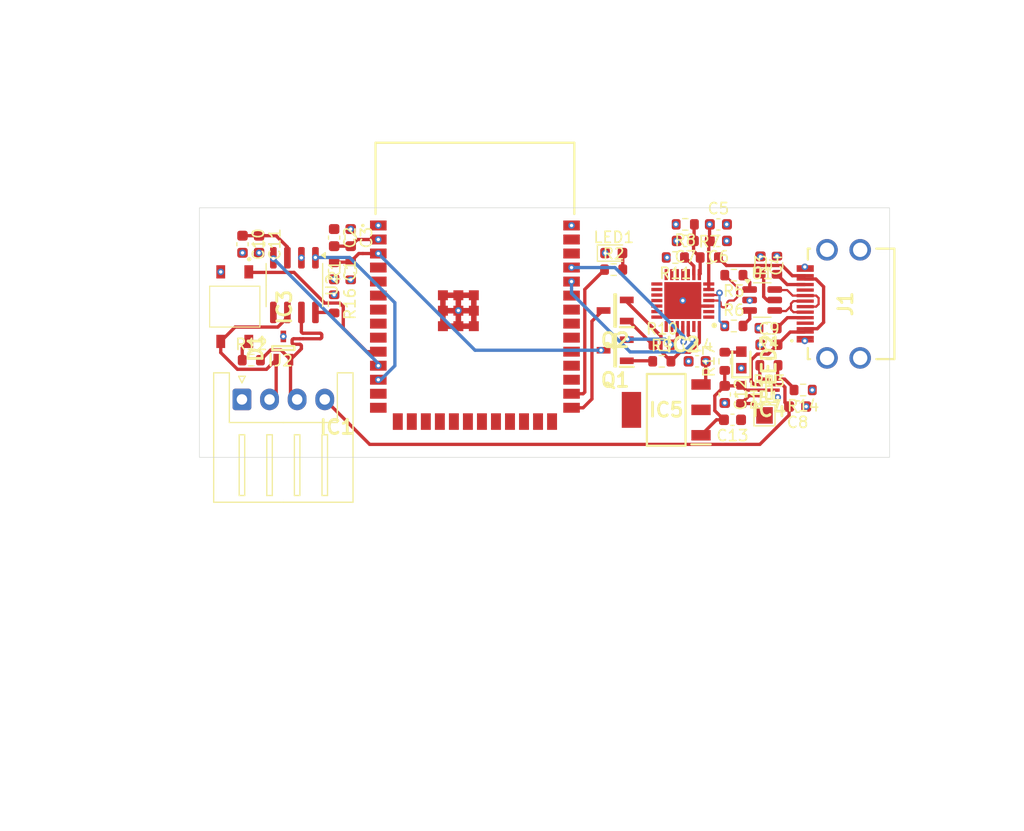
<source format=kicad_pcb>
(kicad_pcb (version 20241229) (generator "pcbnew") (generator_version "9.0")
  (layers (0 "F.Cu" signal) (4 "In1.Cu" signal) (6 "In2.Cu" signal) (2 "B.Cu" signal) (13 "F.Paste" user) (15 "B.Paste" user) (5 "F.SilkS" user "F.Silkscreen") (7 "B.SilkS" user "B.Silkscreen") (1 "F.Mask" user) (3 "B.Mask" user) (25 "Edge.Cuts" user))
  (net 0 "")
  (net 1 "/ST")
  (net 2 "Net-(IC3-Pad6)")
  (net 3 "/CAN-")
  (net 4 "/CAN_TERM")
  (net 5 "GND")
  (net 6 "/USR_LED_RSTR")
  (net 7 "VCC")
  (net 8 "Net-(IC4-PR1)")
  (net 9 "VBUS")
  (net 10 "+5V")
  (net 11 "Net-(IC2-DTR)")
  (net 12 "Net-(Q2-B)")
  (net 13 "/GPIO0")
  (net 15 "Net-(Q1-B)")
  (net 16 "Net-(IC2-RTS)")
  (net 17 "/CAN+")
  (net 18 "+3.3V")
  (net 23 "/PROG_D-")
  (net 31 "/PROG_D+")
  (net 32 "/U0TXD")
  (net 33 "/RSTB")
  (net 37 "Net-(IC2-VBUS)")
  (net 41 "/U0RXD")
  (net 42 "/PWR_LED")
  (net 49 "/CHIP_PU")
  (net 58 "/CAN_RTX")
  (net 59 "/USER_LED")
  (net 63 "/CAN_CTX")
  (net 76 "Net-(U2-Rs)")
  (net 78 "Net-(J1-CC1)")
  (net 79 "/USBM_D+")
  (net 80 "/USBM_D-")
  (net 82 "Net-(J1-CC2)")
  (net 83 "Net-(R5-Pad1)")
  (net 84 "Net-(R6-Pad2)")
  (net 85 "/CAN1+")
  (net 86 "/CAN1-")
  (footprint "Resistor_SMD:R_0603_1608Metric" (layer "F.Cu") (at 120.5745 94.163 180)
    (property "Reference" "R13")
    (property "Value" "10k")
  )
  (footprint "Resistor_SMD:R_0603_1608Metric" (layer "F.Cu") (at 110.9 92.3)
    (property "Reference" "R10")
    (property "Value" "10k")
  )
  (footprint "SDM_MiscFootprint:USB4730GFA" (layer "F.Cu") (at 127.9 88.6 90)
    (property "Reference" "J1")
    (property "Value" "USB4730-GF-A" (hide yes))
  )
  (footprint "Capacitor_SMD:C_0603_1608Metric" (layer "F.Cu") (at 116.5745 96.8 -90)
    (property "Reference" "C12")
    (property "Value" "100uF")
  )
  (footprint "Capacitor_SMD:C_0603_1608Metric" (layer "F.Cu") (at 81.2 85.6 -90)
    (property "Reference" "C1")
    (property "Value" "1uF")
  )
  (footprint "Capacitor_SMD:C_0603_1608Metric" (layer "F.Cu") (at 120.5745 92.3)
    (property "Reference" "C9")
    (property "Value" "1uF")
  )
  (footprint "Resistor_SMD:R_0603_1608Metric" (layer "F.Cu") (at 116.5745 93.8 90)
    (property "Reference" "R17")
    (property "Value" "68")
  )
  (footprint "Capacitor_SMD:C_0603_1608Metric" (layer "F.Cu") (at 74.4 83.2 -90)
    (property "Reference" "C11")
    (property "Value" "100nF")
  )
  (footprint "Capacitor_SMD:C_0603_1608Metric" (layer "F.Cu") (at 114.0745 93.8)
    (property "Reference" "C14")
    (property "Value" "10uF")
  )
  (footprint "LED_SMD:LED_0603_1608Metric" (layer "F.Cu") (at 106.5245 84)
    (property "Reference" "LED1")
    (property "Value" "GREEN")
  )
  (footprint "Resistor_SMD:R_0603_1608Metric" (layer "F.Cu") (at 113 81.4 180)
    (property "Reference" "R8")
    (property "Value" "47.5K")
  )
  (footprint "SDM_MiscFootprint:SOT96P237X111-3N" (layer "F.Cu") (at 106.65 92.8 180)
    (property "Reference" "Q1")
    (property "Value" "MMBT2222LT1G" (hide yes))
  )
  (footprint "Capacitor_SMD:C_0603_1608Metric" (layer "F.Cu") (at 82.7 82.6 -90)
    (property "Reference" "C3")
    (property "Value" "100nF")
  )
  (footprint "Resistor_SMD:R_0603_1608Metric" (layer "F.Cu") (at 121.3 85.1 90)
    (property "Reference" "R3")
    (property "Value" "5.1k")
  )
  (footprint "Capacitor_SMD:C_0603_1608Metric" (layer "F.Cu") (at 123.1745 97.9 180)
    (property "Reference" "C8")
    (property "Value" "1uF")
  )
  (footprint "Resistor_SMD:R_0603_1608Metric" (layer "F.Cu") (at 120.5 90.8 180)
    (property "Reference" "R4")
    (property "Value" "5.1k")
  )
  (footprint "Resistor_SMD:R_0603_1608Metric" (layer "F.Cu") (at 106.512 85.5)
    (property "Reference" "R2")
    (property "Value" "220")
  )
  (footprint "Resistor_SMD:R_0603_1608Metric" (layer "F.Cu") (at 82.7 85.6 90)
    (property "Reference" "R1")
    (property "Value" "10k")
  )
  (footprint "Resistor_SMD:R_0603_1608Metric" (layer "F.Cu") (at 81.2 88.6 -90)
    (property "Reference" "R16")
    (property "Value" "0")
  )
  (footprint "SDM_MiscFootprint:ESP32S3WROOM1N8R8" (layer "F.Cu") (at 93.95 86.76)
    (property "Reference" "IC1")
    (property "Value" "ESP32-S3-WROOM-1-N8R8" (hide yes))
  )
  (footprint "Capacitor_SMD:C_0603_1608Metric" (layer "F.Cu") (at 117.2745 99.1 180)
    (property "Reference" "C13")
    (property "Value" "10uF")
  )
  (footprint "Capacitor_SMD:C_0603_1608Metric" (layer "F.Cu") (at 116 81.4)
    (property "Reference" "C5")
    (property "Value" "4.7uF")
  )
  (footprint "SDM_MiscFootprint:QFN50P500X500X80-29N-D" (layer "F.Cu") (at 112.7745 88.3 180)
    (property "Reference" "IC2")
    (property "Value" "CP2102N-A02-GQFN28" (hide yes))
  )
  (footprint "Resistor_SMD:R_0603_1608Metric" (layer "F.Cu") (at 73.7 93.7)
    (property "Reference" "R12")
    (property "Value" "120")
  )
  (footprint "Capacitor_SMD:C_0603_1608Metric" (layer "F.Cu") (at 81.2 82.6 -90)
    (property "Reference" "C2")
    (property "Value" "10uF")
  )
  (footprint "Resistor_SMD:R_0603_1608Metric" (layer "F.Cu") (at 117.4 86 180)
    (property "Reference" "R5")
    (property "Value" "27")
  )
  (footprint "Package_TO_SOT_SMD:SOT-23-6" (layer "F.Cu") (at 119.9625 88.25)
    (property "Reference" "U1")
    (property "Value" "USBLC6-2SC6")
  )
  (footprint "Connector_JST:JST_XH_S4B-XH-A_1x04_P2.50mm_Horizontal" (layer "F.Cu") (at 72.85 97.255)
    (property "Reference" "J2")
    (property "Value" "Conn_01x04_Socket")
  )
  (footprint "Resistor_SMD:R_0603_1608Metric" (layer "F.Cu") (at 112.1 84.4 180)
    (property "Reference" "R11")
    (property "Value" "1k")
  )
  (footprint "SDM_MiscFootprint:TLP266J" (layer "F.Cu") (at 72.2 88.9 -90)
    (property "Reference" "IC3")
    (property "Value" "TLP175A_TPL,E" (hide yes))
  )
  (footprint "TestPoint:TestPoint_Pad_1.5x1.5mm" (layer "F.Cu") (at 120.1745 98.7)
    (property "Reference" "TP1")
    (property "Value" "ST_5V")
  )
  (footprint "Package_SO:SOIC-8_3.9x4.9mm_P1.27mm" (layer "F.Cu") (at 77.6 86.9 -90)
    (property "Reference" "U2")
    (property "Value" "SN65HVD230")
  )
  (footprint "Resistor_SMD:R_0603_1608Metric" (layer "F.Cu") (at 123.6745 96.4 180)
    (property "Reference" "R14")
    (property "Value" "10k")
  )
  (footprint "Capacitor_SMD:C_0603_1608Metric" (layer "F.Cu") (at 116 82.9 180)
    (property "Reference" "C6")
    (property "Value" "100nF")
  )
  (footprint "Capacitor_SMD:C_0603_1608Metric" (layer "F.Cu") (at 119.8 85.075 -90)
    (property "Reference" "C4")
    (property "Value" "1uF")
  )
  (footprint "SDM_MiscFootprint:LEDC1608X80N" (layer "F.Cu") (at 118.0745 93.675 90)
    (property "Reference" "LED2")
    (property "Value" "150060RS75000" (hide yes))
  )
  (footprint "Resistor_SMD:R_0603_1608Metric" (layer "F.Cu") (at 117.3995 90.6)
    (property "Reference" "R6")
    (property "Value" "27")
  )
  (footprint "Capacitor_SMD:C_0603_1608Metric" (layer "F.Cu") (at 113 82.9 180)
    (property "Reference" "C7")
    (property "Value" "1uF")
  )
  (footprint "Capacitor_SMD:C_0603_1608Metric" (layer "F.Cu") (at 72.9 83.2 -90)
    (property "Reference" "C10")
    (property "Value" "100nF")
  )
  (footprint "Resistor_SMD:R_0603_1608Metric" (layer "F.Cu") (at 110.8745 93.8)
    (property "Reference" "R9")
    (property "Value" "10k")
  )
  (footprint "SDM_MiscFootprint:SOTFL50P160X60-8L" (layer "F.Cu") (at 120.5745 96.163 180)
    (property "Reference" "IC4")
    (property "Value" "TPS2116DRLR" (hide yes))
  )
  (footprint "Resistor_SMD:R_0603_1608Metric" (layer "F.Cu") (at 115.175 84.4)
    (property "Reference" "R7")
    (property "Value" "22.1K")
  )
  (footprint "SDM_MiscFootprint:SOT230P700X180-4N" (layer "F.Cu") (at 111.2745 98.2 180)
    (property "Reference" "IC5")
    (property "Value" "MIC37100-3.3WS" (hide yes))
  )
  (footprint "SDM_MiscFootprint:SOT96P237X111-3N" (layer "F.Cu") (at 106.65 89.2 180)
    (property "Reference" "Q2")
    (property "Value" "MMBT2222LT1G" (hide yes))
  )
  (footprint "Resistor_SMD:R_0603_1608Metric" (layer "F.Cu") (at 118.0745 96.8 -90)
    (property "Reference" "R15")
    (property "Value" "10k")
  )
  (footprint "SDM_MiscFootprint:SOT65P210X110-3N" (layer "F.Cu") (at 76.6 92.6 90)
    (property "Reference" "D1")
    (property "Value" "ESDCAN03-2BWY" (hide yes))
  )
  (gr_rect (start 69 79.9) (end 131.5 102.5) (stroke (width 0.05)) (fill no) (layer "Edge.Cuts"))
  (segment (start 119.0995 97.625) (end 120.1745 98.7) (width 0.3) (layer "F.Cu") (net 1))
  (segment (start 119.7865 96.913) (end 118.7865 96.913) (width 0.3) (layer "F.Cu") (net 1))
  (segment (start 118.7865 96.913) (end 118.0745 97.625) (width 0.3) (layer "F.Cu") (net 1))
  (segment (start 118.0745 97.625) (end 119.0995 97.625) (width 0.3) (layer "F.Cu") (net 1))
  (segment (start 72.875 92.595) (end 73.47 92) (width 0.3) (layer "F.Cu") (net 2))
  (segment (start 72.875 93.7) (end 72.875 92.595) (width 0.3) (layer "F.Cu") (net 2))
  (segment (start 75.074 94.526) (end 72.441226 94.526) (width 0.3) (layer "F.Cu") (net 3))
  (segment (start 72.441226 94.526) (end 70.93 93.014774) (width 0.3) (layer "F.Cu") (net 3))
  (segment (start 70.93 92) (end 72.229 90.701) (width 0.3) (layer "F.Cu") (net 3))
  (segment (start 76.099 90.701) (end 76.965 89.835) (width 0.3) (layer "F.Cu") (net 3))
  (segment (start 75.95 96.655) (end 75.35 97.255) (width 0.3) (layer "F.Cu") (net 3))
  (segment (start 76.965 89.835) (end 76.965 89.375) (width 0.3) (layer "F.Cu") (net 3))
  (segment (start 75.95 93.65) (end 75.95 96.655) (width 0.3) (layer "F.Cu") (net 3))
  (segment (start 75.95 93.65) (end 75.074 94.526) (width 0.3) (layer "F.Cu") (net 3))
  (segment (start 72.229 90.701) (end 76.099 90.701) (width 0.3) (layer "F.Cu") (net 3))
  (segment (start 70.93 93.014774) (end 70.93 92) (width 0.3) (layer "F.Cu") (net 3))
  (segment (start 82.026 90.806) (end 82.026 88.843226) (width 0.3) (layer "F.Cu") (net 4))
  (segment (start 80.343678 88.526) (end 77.568678 85.751) (width 0.3) (layer "F.Cu") (net 4))
  (segment (start 84.15 92.93) (end 82.026 90.806) (width 0.3) (layer "F.Cu") (net 4))
  (segment (start 73.521 85.751) (end 73.47 85.7) (width 0.3) (layer "F.Cu") (net 4))
  (segment (start 85.2 92.93) (end 84.15 92.93) (width 0.3) (layer "F.Cu") (net 4))
  (segment (start 82.026 88.843226) (end 81.708774 88.526) (width 0.3) (layer "F.Cu") (net 4))
  (segment (start 81.708774 88.526) (end 80.343678 88.526) (width 0.3) (layer "F.Cu") (net 4))
  (segment (start 77.568678 85.751) (end 73.521 85.751) (width 0.3) (layer "F.Cu") (net 4))
  (segment (start 121.3625 96.913) (end 121.3625 97.051) (width 0.3) (layer "F.Cu") (net 5))
  (segment (start 121.3625 97.051) (end 121.3745 97.063) (width 0.3) (layer "F.Cu") (net 5))
  (segment (start 91.05 90.62) (end 91.05 87.82) (width 0.5) (layer "F.Cu") (net 5))
  (segment (start 92.45 87.82) (end 92.45 89.2) (width 0.5) (layer "F.Cu") (net 5))
  (segment (start 91.05 87.82) (end 93.85 87.82) (width 0.5) (layer "F.Cu") (net 5))
  (segment (start 93.85 87.82) (end 93.85 90.62) (width 0.5) (layer "F.Cu") (net 5))
  (segment (start 93.85 90.62) (end 91.05 90.62) (width 0.5) (layer "F.Cu") (net 5))
  (segment (start 91.05 89.22) (end 93.85 89.22) (width 0.5) (layer "F.Cu") (net 5))
  (segment (start 113.2745 88.8) (end 112.7745 88.3) (width 0.3) (layer "F.Cu") (net 5))
  (segment (start 92.45 89.2) (end 92.45 90.62) (width 0.5) (layer "F.Cu") (net 5))
  (segment (start 115.1245 88.8) (end 113.2745 88.8) (width 0.3) (layer "F.Cu") (net 5))
  (via (at 76.6 91.55) (size 0.6) (drill 0.3) (layers "F.Cu" "B.Cu") (net 5))
  (via (at 85.2 81.5) (size 0.6) (drill 0.3) (layers "F.Cu" "B.Cu") (net 5))
  (via (at 70.93 85.7) (size 0.6) (drill 0.3) (layers "F.Cu" "B.Cu") (net 5))
  (via (at 119.7995 92.3) (size 0.6) (drill 0.3) (layers "F.Cu" "B.Cu") (net 5))
  (via (at 123.824 85.25) (size 0.6) (drill 0.3) (layers "F.Cu" "B.Cu") (net 5))
  (via (at 112.1995 82.9) (size 0.6) (drill 0.3) (layers "F.Cu" "B.Cu") (net 5))
  (via (at 105.737 84) (size 0.6) (drill 0.3) (layers "F.Cu" "B.Cu") (net 5))
  (via (at 116.7495 81.4) (size 0.6) (drill 0.3) (layers "F.Cu" "B.Cu") (net 5))
  (via (at 72.9 83.975) (size 0.6) (drill 0.3) (layers "F.Cu" "B.Cu") (net 5))
  (via (at 116.7495 82.9) (size 0.6) (drill 0.3) (layers "F.Cu" "B.Cu") (net 5))
  (via (at 123.9495 97.9) (size 0.6) (drill 0.3) (layers "F.Cu" "B.Cu") (net 5))
  (via (at 119.6495 90.8) (size 0.6) (drill 0.3) (layers "F.Cu" "B.Cu") (net 5))
  (via (at 81.2 87.775) (size 0.6) (drill 0.3) (layers "F.Cu" "B.Cu") (net 5))
  (via (at 82.7 81.825) (size 0.6) (drill 0.3) (layers "F.Cu" "B.Cu") (net 5))
  (via (at 119.8 84.325) (size 0.6) (drill 0.3) (layers "F.Cu" "B.Cu") (net 5))
  (via (at 112.7745 88.3) (size 0.6) (drill 0.3) (layers "F.Cu" "B.Cu") (net 5))
  (via (at 92.45 89.2) (size 0.6) (drill 0.3) (layers "F.Cu" "B.Cu") (net 5))
  (via (at 119.7995 92.3) (size 0.6) (drill 0.3) (layers "F.Cu" "B.Cu") (net 5))
  (via (at 118.0745 94.425) (size 0.6) (drill 0.3) (layers "F.Cu" "B.Cu") (net 5))
  (via (at 78.235 84.425) (size 0.6) (drill 0.3) (layers "F.Cu" "B.Cu") (net 5))
  (via (at 113.2995 93.8) (size 0.6) (drill 0.3) (layers "F.Cu" "B.Cu") (net 5))
  (via (at 112.1495 81.4) (size 0.6) (drill 0.3) (layers "F.Cu" "B.Cu") (net 5))
  (via (at 118.837 88.3) (size 0.6) (drill 0.3) (layers "F.Cu" "B.Cu") (net 5))
  (via (at 116.5745 97.575) (size 0.6) (drill 0.3) (layers "F.Cu" "B.Cu") (net 5))
  (via (at 74.4 83.975) (size 0.6) (drill 0.3) (layers "F.Cu" "B.Cu") (net 5))
  (via (at 102.7 81.5) (size 0.6) (drill 0.3) (layers "F.Cu" "B.Cu") (net 5))
  (via (at 121.3745 97.063) (size 0.6) (drill 0.3) (layers "F.Cu" "B.Cu") (net 5))
  (via (at 81.2 86.375) (size 0.6) (drill 0.3) (layers "F.Cu" "B.Cu") (net 5))
  (via (at 124.4995 96.4) (size 0.6) (drill 0.3) (layers "F.Cu" "B.Cu") (net 5))
  (via (at 123.824 91.95) (size 0.6) (drill 0.3) (layers "F.Cu" "B.Cu") (net 5))
  (via (at 121.3 84.275) (size 0.6) (drill 0.3) (layers "F.Cu" "B.Cu") (net 5))
  (segment (start 107.337 85.5) (end 107.337 84.025) (width 0.3) (layer "F.Cu") (net 6))
  (segment (start 107.337 84.025) (end 107.312 84) (width 0.3) (layer "F.Cu") (net 6))
  (segment (start 84.421 101.326) (end 119.7505 101.326) (width 0.3) (layer "F.Cu") (net 7))
  (segment (start 80.35 97.255) (end 84.421 101.326) (width 0.3) (layer "F.Cu") (net 7))
  (segment (start 119.7495 95.376) (end 119.7865 95.413) (width 0.3) (layer "F.Cu") (net 7))
  (segment (start 122.0255 97.526) (end 122.3995 97.9) (width 0.3) (layer "F.Cu") (net 7))
  (segment (start 121.7875 95.913) (end 122.0255 96.151) (width 0.3) (layer "F.Cu") (net 7))
  (segment (start 121.0245 95.913) (end 120.5235 95.412) (width 0.3) (layer "F.Cu") (net 7))
  (segment (start 121.3625 95.913) (end 121.7875 95.913) (width 0.3) (layer "F.Cu") (net 7))
  (segment (start 122.3995 98.677) (end 122.3995 97.9) (width 0.3) (layer "F.Cu") (net 7))
  (segment (start 122.0255 96.151) (end 122.0255 97.526) (width 0.3) (layer "F.Cu") (net 7))
  (segment (start 119.7495 94.163) (end 119.7495 95.376) (width 0.3) (layer "F.Cu") (net 7))
  (segment (start 120.5235 95.412) (end 119.7865 95.412) (width 0.3) (layer "F.Cu") (net 7))
  (segment (start 119.7505 101.326) (end 122.3995 98.677) (width 0.3) (layer "F.Cu") (net 7))
  (segment (start 121.3625 95.913) (end 121.0245 95.913) (width 0.3) (layer "F.Cu") (net 7))
  (segment (start 121.3625 94.2) (end 121.3995 94.163) (width 0.3) (layer "F.Cu") (net 8))
  (segment (start 121.996021 95.413) (end 121.3625 95.413) (width 0.3) (layer "F.Cu") (net 8))
  (segment (start 121.3625 95.413) (end 121.3625 94.2) (width 0.3) (layer "F.Cu") (net 8))
  (segment (start 122.8495 96.266479) (end 121.996021 95.413) (width 0.3) (layer "F.Cu") (net 8))
  (segment (start 122.8495 96.4) (end 122.8495 96.266479) (width 0.3) (layer "F.Cu") (net 8))
  (segment (start 120.449501 88.3) (end 121.112 88.3) (width 0.3) (layer "F.Cu") (net 9))
  (segment (start 116.7255 85.126) (end 121.773 85.126) (width 0.3) (layer "F.Cu") (net 9))
  (segment (start 120.0985 87.948999) (end 120.449501 88.3) (width 0.3) (layer "F.Cu") (net 9))
  (segment (start 124.951 90.85) (end 123.824 90.85) (width 0.3) (layer "F.Cu") (net 9))
  (segment (start 119.503726 93.149) (end 118.9745 93.678226) (width 0.3) (layer "F.Cu") (net 9))
  (segment (start 115.9995 84.4) (end 116.7255 85.126) (width 0.3) (layer "F.Cu") (net 9))
  (segment (start 124.8245 86.35) (end 125.5255 87.051) (width 0.3) (layer "F.Cu") (net 9))
  (segment (start 120.0985 86.1735) (end 120.0985 87.948999) (width 0.3) (layer "F.Cu") (net 9))
  (segment (start 119.248 95.913) (end 119.7865 95.913) (width 0.3) (layer "F.Cu") (net 9))
  (segment (start 121.3495 92.3) (end 120.5005 93.149) (width 0.3) (layer "F.Cu") (net 9))
  (segment (start 120.5005 93.149) (end 119.503726 93.149) (width 0.3) (layer "F.Cu") (net 9))
  (segment (start 118.9745 93.678226) (end 118.9745 95.6395) (width 0.3) (layer "F.Cu") (net 9))
  (segment (start 121.773 85.126) (end 122.697 86.05) (width 0.3) (layer "F.Cu") (net 9))
  (segment (start 122.697 86.05) (end 123.824 86.05) (width 0.3) (layer "F.Cu") (net 9))
  (segment (start 123.824 91.15) (end 122.4995 91.15) (width 0.3) (layer "F.Cu") (net 9))
  (segment (start 125.5255 90.2755) (end 124.951 90.85) (width 0.3) (layer "F.Cu") (net 9))
  (segment (start 122.4995 91.15) (end 121.3495 92.3) (width 0.3) (layer "F.Cu") (net 9))
  (segment (start 119.8 85.875) (end 120.0985 86.1735) (width 0.3) (layer "F.Cu") (net 9))
  (segment (start 125.5255 87.051) (end 125.5255 90.2755) (width 0.3) (layer "F.Cu") (net 9))
  (segment (start 123.824 86.35) (end 124.8245 86.35) (width 0.3) (layer "F.Cu") (net 9))
  (segment (start 118.9745 95.6395) (end 119.248 95.913) (width 0.3) (layer "F.Cu") (net 9))
  (segment (start 118.5125 96.413) (end 118.0745 95.975) (width 0.3) (layer "F.Cu") (net 10))
  (segment (start 116.5745 96.025) (end 118.0245 96.025) (width 0.3) (layer "F.Cu") (net 10))
  (segment (start 116.4995 99.1) (end 115.8245 99.1) (width 0.3) (layer "F.Cu") (net 10))
  (segment (start 119.7865 96.413) (end 121.3625 96.413) (width 0.3) (layer "F.Cu") (net 10))
  (segment (start 115.8245 99.1) (end 114.4245 100.5) (width 0.3) (layer "F.Cu") (net 10))
  (segment (start 118.0245 96.025) (end 118.0745 95.975) (width 0.3) (layer "F.Cu") (net 10))
  (segment (start 119.7865 96.413) (end 118.5125 96.413) (width 0.3) (layer "F.Cu") (net 10))
  (segment (start 115.6745 98.275) (end 116.4995 99.1) (width 0.3) (layer "F.Cu") (net 10))
  (segment (start 116.5745 96.025) (end 115.6745 96.925) (width 0.3) (layer "F.Cu") (net 10))
  (segment (start 116.5745 94.625) (end 116.5745 96.025) (width 0.3) (layer "F.Cu") (net 10))
  (segment (start 115.6745 96.925) (end 115.6745 98.275) (width 0.3) (layer "F.Cu") (net 10))
  (segment (start 110.8005 91.516) (end 110.8005 92.901) (width 0.3) (layer "F.Cu") (net 11))
  (segment (start 113.4005 92.974) (end 112.5255 92.974) (width 0.3) (layer "F.Cu") (net 11))
  (segment (start 114.2745 90.65) (end 114.2745 92.1) (width 0.3) (layer "F.Cu") (net 11))
  (segment (start 110.8005 92.901) (end 111.6995 93.8) (width 0.3) (layer "F.Cu") (net 11))
  (segment (start 112.5255 92.974) (end 111.6995 93.8) (width 0.3) (layer "F.Cu") (net 11))
  (segment (start 107.5745 88.29) (end 110.8005 91.516) (width 0.3) (layer "F.Cu") (net 11))
  (segment (start 114.2745 92.1) (end 113.4005 92.974) (width 0.3) (layer "F.Cu") (net 11))
  (segment (start 107.9495 90.2) (end 110.0495 92.3) (width 0.3) (layer "F.Cu") (net 12))
  (segment (start 107.5745 90.2) (end 107.9495 90.2) (width 0.3) (layer "F.Cu") (net 12))
  (segment (start 104.5485 90.171) (end 104.5485 97.2115) (width 0.3) (layer "F.Cu") (net 13))
  (segment (start 103.75 98.01) (end 102.7 98.01) (width 0.3) (layer "F.Cu") (net 13))
  (segment (start 104.5485 97.2115) (end 103.75 98.01) (width 0.3) (layer "F.Cu") (net 13))
  (segment (start 105.4745 89.245) (end 104.5485 90.171) (width 0.3) (layer "F.Cu") (net 13))
  (segment (start 110.0045 93.755) (end 110.0495 93.8) (width 0.3) (layer "F.Cu") (net 15))
  (segment (start 107.6245 93.755) (end 110.0045 93.755) (width 0.3) (layer "F.Cu") (net 15))
  (segment (start 107.6245 91.845) (end 107.7295 91.845) (width 0.3) (layer "F.Cu") (net 16))
  (segment (start 107.7295 91.845) (end 107.7745 91.8) (width 0.3) (layer "F.Cu") (net 16))
  (segment (start 112.2745 91.725) (end 111.6995 92.3) (width 0.3) (layer "F.Cu") (net 16))
  (segment (start 112.2745 90.65) (end 112.2745 91.725) (width 0.3) (layer "F.Cu") (net 16))
  (via (at 107.7745 91.8) (size 0.6) (drill 0.3) (layers "F.Cu" "B.Cu") (net 16))
  (via (at 111.6745 92.3) (size 0.6) (drill 0.3) (layers "F.Cu" "B.Cu") (net 16))
  (segment (start 111.1745 91.8) (end 111.6745 92.3) (width 0.3) (layer "B.Cu") (net 16))
  (segment (start 107.7745 91.8) (end 111.1745 91.8) (width 0.3) (layer "B.Cu") (net 16))
  (segment (start 78.235 89.375) (end 78.235 91.109) (width 0.3) (layer "F.Cu") (net 17))
  (segment (start 78.085 91.759) (end 77.542869 91.759) (width 0.3) (layer "F.Cu") (net 17))
  (segment (start 77.392869 91.909) (end 77.392869 92.109) (width 0.3) (layer "F.Cu") (net 17))
  (segment (start 77.542869 92.259) (end 78.085 92.259) (width 0.3) (layer "F.Cu") (net 17))
  (segment (start 78.076025 92.823975) (end 77.25 93.65) (width 0.3) (layer "F.Cu") (net 17))
  (segment (start 77.25 93.65) (end 76.374 92.774) (width 0.3) (layer "F.Cu") (net 17))
  (segment (start 77.25 96.655) (end 77.85 97.255) (width 0.3) (layer "F.Cu") (net 17))
  (segment (start 77.25 93.65) (end 77.25 96.655) (width 0.3) (layer "F.Cu") (net 17))
  (segment (start 79.927129 91.759) (end 78.385 91.759) (width 0.3) (layer "F.Cu") (net 17))
  (segment (start 78.235 92.665) (end 78.076025 92.823975) (width 0.3) (layer "F.Cu") (net 17))
  (segment (start 75.451 92.774) (end 74.525 93.7) (width 0.3) (layer "F.Cu") (net 17))
  (segment (start 78.235 92.609) (end 78.235 92.665) (width 0.3) (layer "F.Cu") (net 17))
  (segment (start 78.385 91.759) (end 78.085 91.759) (width 0.3) (layer "F.Cu") (net 17))
  (segment (start 76.374 92.774) (end 75.451 92.774) (width 0.3) (layer "F.Cu") (net 17))
  (segment (start 78.235 92.409) (end 78.235 92.609) (width 0.3) (layer "F.Cu") (net 17))
  (segment (start 78.385 91.259) (end 79.927129 91.259) (width 0.3) (layer "F.Cu") (net 17))
  (segment (start 80.077129 91.409) (end 80.077129 91.609) (width 0.3) (layer "F.Cu") (net 17))
  (arc (start 77.542869 91.759) (mid 77.436803 91.802934) (end 77.392869 91.909) (width 0.3) (layer "F.Cu") (net 17))
  (arc (start 78.235 91.109) (mid 78.278934 91.215066) (end 78.385 91.259) (width 0.3) (layer "F.Cu") (net 17))
  (arc (start 79.927129 91.259) (mid 80.033195 91.302934) (end 80.077129 91.409) (width 0.3) (layer "F.Cu") (net 17))
  (arc (start 80.077129 91.609) (mid 80.033195 91.715066) (end 79.927129 91.759) (width 0.3) (layer "F.Cu") (net 17))
  (arc (start 77.392869 92.109) (mid 77.436803 92.215066) (end 77.542869 92.259) (width 0.3) (layer "F.Cu") (net 17))
  (arc (start 78.085 92.259) (mid 78.191066 92.302934) (end 78.235 92.409) (width 0.3) (layer "F.Cu") (net 17))
  (segment (start 83.305 82.77) (end 85.2 82.77) (width 0.3) (layer "F.Cu") (net 18))
  (segment (start 115.1245 86.8) (end 115.1245 82.975) (width 0.3) (layer "F.Cu") (net 18))
  (segment (start 76.965 83.450001) (end 75.939999 82.425) (width 0.3) (layer "F.Cu") (net 18))
  (segment (start 81.2 83.375) (end 82.7 83.375) (width 0.3) (layer "F.Cu") (net 18))
  (segment (start 115.1245 82.975) (end 115.1995 82.9) (width 0.3) (layer "F.Cu") (net 18))
  (segment (start 82.7 83.375) (end 83.305 82.77) (width 0.3) (layer "F.Cu") (net 18))
  (segment (start 76.965 84.425) (end 76.965 83.450001) (width 0.3) (layer "F.Cu") (net 18))
  (segment (start 114.8495 95.475) (end 114.4245 95.9) (width 0.3) (layer "F.Cu") (net 18))
  (segment (start 75.939999 82.425) (end 74.4 82.425) (width 0.3) (layer "F.Cu") (net 18))
  (segment (start 115.1245 87.3) (end 115.1245 86.8) (width 0.3) (layer "F.Cu") (net 18))
  (segment (start 115.1995 82.9) (end 115.1995 81.4) (width 0.3) (layer "F.Cu") (net 18))
  (segment (start 114.8495 93.8) (end 114.8495 95.475) (width 0.3) (layer "F.Cu") (net 18))
  (segment (start 74.4 82.425) (end 72.9 82.425) (width 0.3) (layer "F.Cu") (net 18))
  (via (at 115.1995 81.4) (size 0.6) (drill 0.3) (layers "F.Cu" "B.Cu") (net 18))
  (via (at 85.2 82.77) (size 0.6) (drill 0.3) (layers "F.Cu" "B.Cu") (net 18))
  (via (at 111.3495 84.4) (size 0.6) (drill 0.3) (layers "F.Cu" "B.Cu") (net 18))
  (via (at 82.7 86.425) (size 0.6) (drill 0.3) (layers "F.Cu" "B.Cu") (net 18))
  (via (at 114.8495 93.8) (size 0.6) (drill 0.3) (layers "F.Cu" "B.Cu") (net 18))
  (segment (start 115.906957 87.8) (end 116.098843 87.608114) (width 0.2) (layer "F.Cu") (net 23))
  (segment (start 115.1245 87.8) (end 115.906957 87.8) (width 0.2) (layer "F.Cu") (net 23))
  (via (at 116.5495 90.6) (size 0.6) (drill 0.3) (layers "F.Cu" "B.Cu") (net 23))
  (via (at 116.098843 87.608114) (size 0.6) (drill 0.3) (layers "F.Cu" "B.Cu") (net 23))
  (segment (start 116.098843 90.149343) (end 116.5495 90.6) (width 0.2) (layer "B.Cu") (net 23))
  (segment (start 116.098843 87.608114) (end 116.098843 90.149343) (width 0.2) (layer "B.Cu") (net 23))
  (segment (start 116.799428 88.54) (end 116.799428 88.670594) (width 0.2) (layer "F.Cu") (net 31))
  (segment (start 117.7 88) (end 117.4 88.3) (width 0.2) (layer "F.Cu") (net 31))
  (segment (start 116.199428 88.670594) (end 116.199428 88.54) (width 0.2) (layer "F.Cu") (net 31))
  (segment (start 115.959428 88.3) (end 115.839428 88.3) (width 0.2) (layer "F.Cu") (net 31))
  (segment (start 115.839428 88.3) (end 115.522304 88.3) (width 0.2) (layer "F.Cu") (net 31))
  (segment (start 116.5495 86) (end 116.6 86) (width 0.2) (layer "F.Cu") (net 31))
  (segment (start 116.559428 88.910594) (end 116.439428 88.910594) (width 0.2) (layer "F.Cu") (net 31))
  (segment (start 117.4 88.3) (end 117.039428 88.3) (width 0.2) (layer "F.Cu") (net 31))
  (segment (start 117.7 87.1) (end 117.7 88) (width 0.2) (layer "F.Cu") (net 31))
  (segment (start 115.522304 88.3) (end 115.1245 88.3) (width 0.2) (layer "F.Cu") (net 31))
  (segment (start 116.6 86) (end 117.7 87.1) (width 0.2) (layer "F.Cu") (net 31))
  (arc (start 117.039428 88.3) (mid 116.869722 88.370294) (end 116.799428 88.54) (width 0.2) (layer "F.Cu") (net 31))
  (arc (start 116.799428 88.670594) (mid 116.729134 88.8403) (end 116.559428 88.910594) (width 0.2) (layer "F.Cu") (net 31))
  (arc (start 116.439428 88.910594) (mid 116.269722 88.8403) (end 116.199428 88.670594) (width 0.2) (layer "F.Cu") (net 31))
  (arc (start 116.199428 88.54) (mid 116.129134 88.370294) (end 115.959428 88.3) (width 0.2) (layer "F.Cu") (net 31))
  (segment (start 112.7745 91.95047) (end 112.850409 92.026379) (width 0.3) (layer "F.Cu") (net 32))
  (segment (start 112.7745 90.65) (end 112.7745 91.95047) (width 0.3) (layer "F.Cu") (net 32))
  (via (at 102.7 85.31) (size 0.6) (drill 0.3) (layers "F.Cu" "B.Cu") (net 32))
  (via (at 112.850409 92.026379) (size 0.6) (drill 0.3) (layers "F.Cu" "B.Cu") (net 32))
  (segment (start 112.850409 91.534167) (end 106.626242 85.31) (width 0.3) (layer "B.Cu") (net 32))
  (segment (start 106.626242 85.31) (end 102.7 85.31) (width 0.3) (layer "B.Cu") (net 32))
  (segment (start 112.850409 92.026379) (end 112.850409 91.534167) (width 0.3) (layer "B.Cu") (net 32))
  (segment (start 113.7745 85.95) (end 113.7745 85.175) (width 0.3) (layer "F.Cu") (net 33))
  (segment (start 113.7745 85.175) (end 112.9995 84.4) (width 0.3) (layer "F.Cu") (net 33))
  (segment (start 113.7495 82.9) (end 113.7495 83.8) (width 0.3) (layer "F.Cu") (net 37))
  (segment (start 113.7495 83.8) (end 114.3495 84.4) (width 0.3) (layer "F.Cu") (net 37))
  (segment (start 113.7995 82.85) (end 113.7495 82.9) (width 0.3) (layer "F.Cu") (net 37))
  (segment (start 113.7995 81.4) (end 113.7995 82.85) (width 0.3) (layer "F.Cu") (net 37))
  (segment (start 114.3495 84.4) (end 114.3495 85.875) (width 0.3) (layer "F.Cu") (net 37))
  (segment (start 114.3495 85.875) (end 114.2745 85.95) (width 0.3) (layer "F.Cu") (net 37))
  (segment (start 113.2745 91.45) (end 113.6245 91.8) (width 0.3) (layer "F.Cu") (net 41))
  (segment (start 113.2745 90.65) (end 113.2745 91.45) (width 0.3) (layer "F.Cu") (net 41))
  (via (at 102.7 86.58) (size 0.6) (drill 0.3) (layers "F.Cu" "B.Cu") (net 41))
  (via (at 113.6245 91.8) (size 0.6) (drill 0.3) (layers "F.Cu" "B.Cu") (net 41))
  (segment (start 102.7 87.646154) (end 102.7 86.58) (width 0.3) (layer "B.Cu") (net 41))
  (segment (start 108.004846 92.951) (end 102.7 87.646154) (width 0.3) (layer "B.Cu") (net 41))
  (segment (start 112.846442 92.951) (end 108.004846 92.951) (width 0.3) (layer "B.Cu") (net 41))
  (segment (start 113.6245 91.8) (end 113.6245 92.172942) (width 0.3) (layer "B.Cu") (net 41))
  (segment (start 113.6245 92.172942) (end 112.846442 92.951) (width 0.3) (layer "B.Cu") (net 41))
  (segment (start 116.5745 92.975) (end 118.0245 92.975) (width 0.3) (layer "F.Cu") (net 42))
  (segment (start 118.0245 92.975) (end 118.0745 92.925) (width 0.3) (layer "F.Cu") (net 42))
  (segment (start 83.435 84.04) (end 83.8 84.04) (width 0.3) (layer "F.Cu") (net 49))
  (segment (start 105.5245 92.8) (end 105.3745 92.8) (width 0.3) (layer "F.Cu") (net 49))
  (segment (start 83.8 84.04) (end 85.2 84.04) (width 0.3) (layer "F.Cu") (net 49))
  (segment (start 82.7 84.775) (end 83.435 84.04) (width 0.3) (layer "F.Cu") (net 49))
  (segment (start 82.65 84.825) (end 82.7 84.775) (width 0.3) (layer "F.Cu") (net 49))
  (segment (start 81.2 84.825) (end 82.65 84.825) (width 0.3) (layer "F.Cu") (net 49))
  (via (at 105.3745 92.8) (size 0.6) (drill 0.3) (layers "F.Cu" "B.Cu") (net 49))
  (via (at 85.2 84.04) (size 0.6) (drill 0.3) (layers "F.Cu" "B.Cu") (net 49))
  (segment (start 105.3745 92.8) (end 93.96 92.8) (width 0.3) (layer "B.Cu") (net 49))
  (segment (start 93.96 92.8) (end 85.2 84.04) (width 0.3) (layer "B.Cu") (net 49))
  (segment (start 79.505 84.425) (end 79.505 84.405) (width 0.3) (layer "F.Cu") (net 58))
  (segment (start 79.505 84.405) (end 79.5 84.4) (width 0.3) (layer "F.Cu") (net 58))
  (via (at 79.5 84.4) (size 0.6) (drill 0.3) (layers "F.Cu" "B.Cu") (net 58))
  (via (at 85.2 95.47) (size 0.6) (drill 0.3) (layers "F.Cu" "B.Cu") (net 58))
  (segment (start 86.7 88.5) (end 86.7 94.2) (width 0.3) (layer "B.Cu") (net 58))
  (segment (start 86.7 94.2) (end 85.43 95.47) (width 0.3) (layer "B.Cu") (net 58))
  (segment (start 79.5 84.4) (end 82.6 84.4) (width 0.3) (layer "B.Cu") (net 58))
  (segment (start 82.6 84.4) (end 86.7 88.5) (width 0.3) (layer "B.Cu") (net 58))
  (segment (start 85.43 95.47) (end 85.2 95.47) (width 0.3) (layer "B.Cu") (net 58))
  (segment (start 103.9 96.59) (end 103.9 87.287) (width 0.3) (layer "F.Cu") (net 59))
  (segment (start 103.75 96.74) (end 103.9 96.59) (width 0.3) (layer "F.Cu") (net 59))
  (segment (start 103.9 87.287) (end 105.687 85.5) (width 0.3) (layer "F.Cu") (net 59))
  (segment (start 102.7 96.74) (end 103.75 96.74) (width 0.3) (layer "F.Cu") (net 59))
  (segment (start 75.695 84.425) (end 75.695 84.495) (width 0.3) (layer "F.Cu") (net 63))
  (segment (start 75.695 84.495) (end 75.7 84.5) (width 0.3) (layer "F.Cu") (net 63))
  (via (at 75.7 84.5) (size 0.6) (drill 0.3) (layers "F.Cu" "B.Cu") (net 63))
  (via (at 85.2 94.2) (size 0.6) (drill 0.3) (layers "F.Cu" "B.Cu") (net 63))
  (segment (start 85.2 94) (end 85.2 94.2) (width 0.3) (layer "B.Cu") (net 63))
  (segment (start 75.7 84.5) (end 85.2 94) (width 0.3) (layer "B.Cu") (net 63))
  (segment (start 81.15 89.375) (end 81.2 89.425) (width 0.3) (layer "F.Cu") (net 76))
  (segment (start 79.505 89.375) (end 81.15 89.375) (width 0.3) (layer "F.Cu") (net 76))
  (segment (start 122.2495 89.85) (end 121.2995 90.8) (width 0.3) (layer "F.Cu") (net 78))
  (segment (start 123.824 89.85) (end 122.2495 89.85) (width 0.3) (layer "F.Cu") (net 78))
  (segment (start 124.851 87.85) (end 123.824 87.85) (width 0.2) (layer "F.Cu") (net 79))
  (segment (start 123.824 88.85) (end 124.851 88.85) (width 0.2) (layer "F.Cu") (net 79))
  (segment (start 125.0745 88.0735) (end 124.851 87.85) (width 0.2) (layer "F.Cu") (net 79))
  (segment (start 123.824 87.85) (end 122.7245 87.85) (width 0.2) (layer "F.Cu") (net 79))
  (segment (start 122.7245 87.85) (end 122.2245 87.35) (width 0.2) (layer "F.Cu") (net 79))
  (segment (start 124.851 88.85) (end 125.0745 88.6265) (width 0.2) (layer "F.Cu") (net 79))
  (segment (start 122.2245 87.35) (end 121.112 87.35) (width 0.2) (layer "F.Cu") (net 79))
  (segment (start 125.0745 88.6265) (end 125.0745 88.0735) (width 0.2) (layer "F.Cu") (net 79))
  (segment (start 122.5745 88.8) (end 122.5745 89.1275) (width 0.2) (layer "F.Cu") (net 80))
  (segment (start 122.5745 88.8) (end 122.1245 89.25) (width 0.2) (layer "F.Cu") (net 80))
  (segment (start 123.824 88.35) (end 122.797 88.35) (width 0.2) (layer "F.Cu") (net 80))
  (segment (start 122.797 88.35) (end 122.5745 88.5725) (width 0.2) (layer "F.Cu") (net 80))
  (segment (start 122.5745 88.5725) (end 122.5745 88.8) (width 0.2) (layer "F.Cu") (net 80))
  (segment (start 122.797 89.35) (end 123.824 89.35) (width 0.2) (layer "F.Cu") (net 80))
  (segment (start 122.1245 89.25) (end 121.112 89.25) (width 0.2) (layer "F.Cu") (net 80))
  (segment (start 122.5745 89.1275) (end 122.797 89.35) (width 0.2) (layer "F.Cu") (net 80))
  (segment (start 121.3 85.925) (end 122.225 86.85) (width 0.3) (layer "F.Cu") (net 82))
  (segment (start 122.225 86.85) (end 123.824 86.85) (width 0.3) (layer "F.Cu") (net 82))
  (segment (start 118.837 86.6375) (end 118.1995 86) (width 0.3) (layer "F.Cu") (net 83))
  (segment (start 118.837 87.35) (end 118.837 86.6375) (width 0.3) (layer "F.Cu") (net 83))
  (segment (start 118.837 89.25) (end 118.837 89.9625) (width 0.3) (layer "F.Cu") (net 84))
  (segment (start 118.837 89.9625) (end 118.1995 90.6) (width 0.3) (layer "F.Cu") (net 84))
)
</source>
